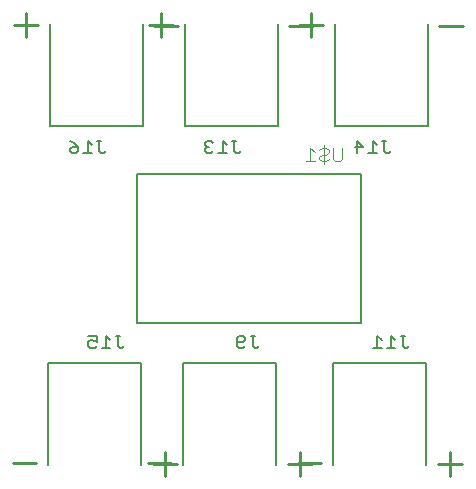
<source format=gbo>
G75*
G70*
%OFA0B0*%
%FSLAX24Y24*%
%IPPOS*%
%LPD*%
%AMOC8*
5,1,8,0,0,1.08239X$1,22.5*
%
%ADD10C,0.0050*%
%ADD11C,0.0040*%
%ADD12C,0.0080*%
%ADD13C,0.0100*%
D10*
X010250Y005400D02*
X017700Y005400D01*
X017700Y010350D01*
X010250Y010350D01*
X010250Y005400D01*
D11*
X016466Y010694D02*
X016466Y011307D01*
X016543Y011231D02*
X016389Y011231D01*
X016313Y011154D01*
X016389Y011000D02*
X016543Y011000D01*
X016620Y011077D01*
X016620Y011154D01*
X016543Y011231D01*
X016773Y011231D02*
X016773Y010847D01*
X016850Y010770D01*
X017003Y010770D01*
X017080Y010847D01*
X017080Y011231D01*
X016620Y010847D02*
X016543Y010770D01*
X016389Y010770D01*
X016313Y010847D01*
X016313Y010924D01*
X016389Y011000D01*
X016159Y011077D02*
X016006Y011231D01*
X016006Y010770D01*
X016159Y010770D02*
X015852Y010770D01*
D12*
X014919Y011963D02*
X014919Y015360D01*
X016840Y015360D02*
X016840Y011963D01*
X019919Y011963D01*
X019919Y015360D01*
X014919Y011963D02*
X011840Y011963D01*
X011840Y015360D01*
X010419Y015360D02*
X010419Y011963D01*
X007340Y011963D01*
X007340Y015360D01*
X007990Y011461D02*
X008130Y011391D01*
X008270Y011250D01*
X008060Y011250D01*
X007990Y011180D01*
X007990Y011110D01*
X008060Y011040D01*
X008200Y011040D01*
X008270Y011110D01*
X008270Y011250D01*
X008591Y011040D02*
X008591Y011461D01*
X008731Y011320D01*
X008911Y011461D02*
X009051Y011461D01*
X008981Y011461D02*
X008981Y011110D01*
X009051Y011040D01*
X009121Y011040D01*
X009191Y011110D01*
X008731Y011040D02*
X008451Y011040D01*
X012490Y011110D02*
X012560Y011040D01*
X012700Y011040D01*
X012770Y011110D01*
X012951Y011040D02*
X013231Y011040D01*
X013091Y011040D02*
X013091Y011461D01*
X013231Y011320D01*
X013411Y011461D02*
X013551Y011461D01*
X013481Y011461D02*
X013481Y011110D01*
X013551Y011040D01*
X013621Y011040D01*
X013691Y011110D01*
X012770Y011391D02*
X012700Y011461D01*
X012560Y011461D01*
X012490Y011391D01*
X012490Y011320D01*
X012560Y011250D01*
X012490Y011180D01*
X012490Y011110D01*
X012560Y011250D02*
X012630Y011250D01*
X017490Y011250D02*
X017770Y011250D01*
X017560Y011461D01*
X017560Y011040D01*
X017951Y011040D02*
X018231Y011040D01*
X018091Y011040D02*
X018091Y011461D01*
X018231Y011320D01*
X018411Y011461D02*
X018551Y011461D01*
X018481Y011461D02*
X018481Y011110D01*
X018551Y011040D01*
X018621Y011040D01*
X018691Y011110D01*
X018709Y004961D02*
X018709Y004540D01*
X018569Y004540D02*
X018850Y004540D01*
X019100Y004610D02*
X019100Y004961D01*
X019170Y004961D02*
X019030Y004961D01*
X018850Y004820D02*
X018709Y004961D01*
X018389Y004820D02*
X018249Y004961D01*
X018249Y004540D01*
X018389Y004540D02*
X018109Y004540D01*
X019100Y004610D02*
X019170Y004540D01*
X019240Y004540D01*
X019310Y004610D01*
X019860Y004038D02*
X019860Y000640D01*
X016781Y000640D02*
X016781Y004038D01*
X019860Y004038D01*
X014860Y004038D02*
X014860Y000640D01*
X011781Y000640D02*
X011781Y004038D01*
X014860Y004038D01*
X014310Y004610D02*
X014240Y004540D01*
X014170Y004540D01*
X014100Y004610D01*
X014100Y004961D01*
X014170Y004961D02*
X014030Y004961D01*
X013850Y004891D02*
X013850Y004820D01*
X013780Y004750D01*
X013569Y004750D01*
X013569Y004610D02*
X013569Y004891D01*
X013639Y004961D01*
X013780Y004961D01*
X013850Y004891D01*
X013850Y004610D02*
X013780Y004540D01*
X013639Y004540D01*
X013569Y004610D01*
X010360Y004038D02*
X010360Y000640D01*
X007281Y000640D02*
X007281Y004038D01*
X010360Y004038D01*
X009810Y004610D02*
X009740Y004540D01*
X009670Y004540D01*
X009600Y004610D01*
X009600Y004961D01*
X009670Y004961D02*
X009530Y004961D01*
X009350Y004820D02*
X009209Y004961D01*
X009209Y004540D01*
X009069Y004540D02*
X009350Y004540D01*
X008889Y004610D02*
X008819Y004540D01*
X008679Y004540D01*
X008609Y004610D01*
X008609Y004750D01*
X008679Y004820D01*
X008749Y004820D01*
X008889Y004750D01*
X008889Y004961D01*
X008609Y004961D01*
D13*
X006883Y000723D02*
X006096Y000723D01*
X010596Y000723D02*
X011383Y000723D01*
X011569Y000683D02*
X010781Y000683D01*
X011175Y000290D02*
X011175Y001077D01*
X015281Y000683D02*
X016069Y000683D01*
X016383Y000723D02*
X015596Y000723D01*
X015675Y001077D02*
X015675Y000290D01*
X020281Y000683D02*
X021069Y000683D01*
X020675Y000290D02*
X020675Y001077D01*
X016025Y014923D02*
X016025Y015711D01*
X016104Y015278D02*
X015317Y015278D01*
X015631Y015317D02*
X016419Y015317D01*
X020317Y015278D02*
X021104Y015278D01*
X011604Y015278D02*
X010817Y015278D01*
X010631Y015317D02*
X011419Y015317D01*
X011025Y014923D02*
X011025Y015711D01*
X006919Y015317D02*
X006131Y015317D01*
X006525Y014923D02*
X006525Y015711D01*
M02*

</source>
